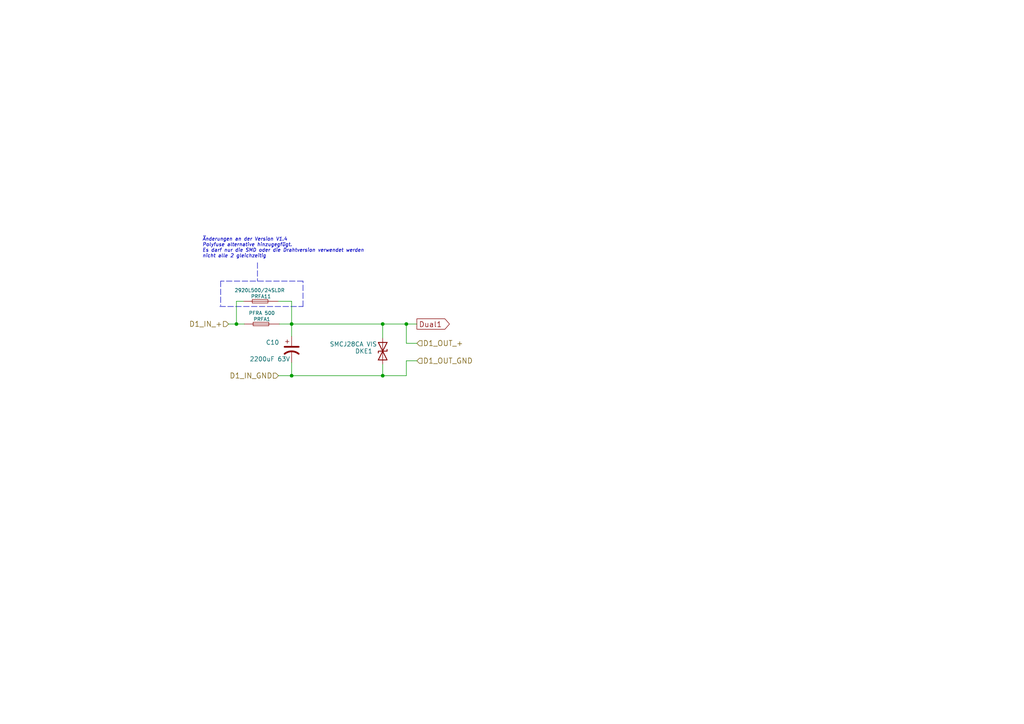
<source format=kicad_sch>
(kicad_sch (version 20220126) (generator eeschema)
  (paper "A4")
  (title_block (title "Ardumower shield SVN Version") (date "2021-01-18") (rev "1.4") (company "ML AG JL BS UZ") (comment 1 "Schaltplan und Layout UweZ"))
  (lib_symbols
    (symbol "Diode:1.5KExxCA" (pin_numbers hide) (pin_names (offset 1.016) hide)
      (property "Reference" "D" (at 0 2.54 0))
      (property "Value" "1.5KExxCA" (at 0 -2.54 0))
      (symbol "1.5KExxCA_0_1"
        (polyline (pts (xy 1.27 0) (xy -1.27 0)))
        (polyline (pts (xy -2.54 -1.27) (xy 0 0) (xy -2.54 1.27) (xy -2.54 -1.27)) (stroke (width 0.254)))
        (polyline (pts (xy 0.508 1.27) (xy 0 1.27) (xy 0 -1.27) (xy -0.508 -1.27)) (stroke (width 0.254)))
        (polyline (pts (xy 2.54 1.27) (xy 2.54 -1.27) (xy 0 0) (xy 2.54 1.27)) (stroke (width 0.254)))
      )
      (symbol "1.5KExxCA_1_1"
        (pin passive line (at -3.81 0 0) (length 2.54) (name "A1") (number "1"))
        (pin passive line (at 3.81 0 180) (length 2.54) (name "A2") (number "2"))
      )
    )
    (symbol "ardumower-mega-shield-svn-rescue:CP1-RESCUE-ardumower_mega_shield_svn" (pin_numbers hide) (pin_names (offset 0.254) hide)
      (property "Reference" "C" (at 0.635 2.54 0))
      (property "Value" "CP1-RESCUE-ardumower_mega_shield_svn" (at 0.635 -2.54 0))
      (symbol "CP1-RESCUE-ardumower_mega_shield_svn_0_1"
        (polyline (pts (xy -2.032 0.762) (xy 2.032 0.762)) (stroke (width 0.508)))
        (polyline (pts (xy -1.778 2.286) (xy -0.762 2.286)))
        (polyline (pts (xy -1.27 1.778) (xy -1.27 2.794)))
        (arc (start 2.032 -1.27) (mid 0 -0.5572) (end -2.032 -1.27) (stroke (width 0.508)))
      )
      (symbol "CP1-RESCUE-ardumower_mega_shield_svn_1_1"
        (pin passive line (at 0 3.81 270) (length 2.794) (name "~") (number "1"))
        (pin passive line (at 0 -3.81 90) (length 3.302) (name "~") (number "2"))
      )
    )
    (symbol "ardumower-mega-shield-svn-rescue:F_10A-RESCUE-ardumower_mega_shield_svn" (pin_numbers hide) (pin_names (offset 0.254))
      (property "Reference" "EF" (at -4.572 2.032 0))
      (property "Value" "F_10A-RESCUE-ardumower_mega_shield_svn" (at -2.54 -2.032 0))
      (symbol "F_10A-RESCUE-ardumower_mega_shield_svn_0_1"
        (polyline (pts (xy 2.032 0) (xy -2.54 0) (xy -2.54 0) (xy -2.54 0)))
        (polyline (pts (xy -2.54 0.508) (xy -2.54 -0.508) (xy 2.032 -0.508) (xy 2.032 0.508) (xy -2.54 0.508) (xy -2.54 0.508)))
      )
      (symbol "F_10A-RESCUE-ardumower_mega_shield_svn_1_1"
        (pin power_in line (at 5.08 0 180) (length 3.048) (name "~") (number "1"))
        (pin power_out line (at -5.08 0 0) (length 2.54) (name "~") (number "2"))
      )
    )
  )
  (junction (at 68.58 93.98) (diameter 0.9144))
  (junction (at 117.856 93.98) (diameter 0.9144))
  (junction (at 110.998 93.98) (diameter 0.9144))
  (junction (at 110.998 108.966) (diameter 0.9144))
  (junction (at 84.582 93.98) (diameter 0.9144))
  (junction (at 84.582 108.966) (diameter 0.9144))
  (wire (pts (xy 120.904 99.568) (xy 117.856 99.568)))
  (wire (pts (xy 110.998 108.966) (xy 117.856 108.966)))
  (polyline (pts (xy 74.676 76.2) (xy 74.676 81.534)) (stroke (width 0) (type dash)))
  (wire (pts (xy 84.582 87.376) (xy 84.582 93.98)))
  (wire (pts (xy 84.582 108.966) (xy 110.998 108.966)))
  (wire (pts (xy 110.998 93.98) (xy 110.998 98.044)))
  (wire (pts (xy 117.856 104.648) (xy 117.856 108.966)))
  (wire (pts (xy 117.856 99.568) (xy 117.856 93.98)))
  (polyline (pts (xy 87.884 88.9) (xy 87.884 81.534)) (stroke (width 0) (type dash)))
  (wire (pts (xy 110.998 93.98) (xy 117.856 93.98)))
  (wire (pts (xy 80.772 108.966) (xy 84.582 108.966)))
  (wire (pts (xy 70.612 87.376) (xy 68.58 87.376)))
  (wire (pts (xy 84.582 105.156) (xy 84.582 108.966)))
  (wire (pts (xy 84.582 93.98) (xy 110.998 93.98)))
  (wire (pts (xy 68.58 87.376) (xy 68.58 93.98)))
  (wire (pts (xy 81.026 93.98) (xy 84.582 93.98)))
  (wire (pts (xy 117.856 93.98) (xy 120.904 93.98)))
  (wire (pts (xy 68.58 93.98) (xy 70.866 93.98)))
  (wire (pts (xy 120.904 104.648) (xy 117.856 104.648)))
  (wire (pts (xy 110.998 105.664) (xy 110.998 108.966)))
  (polyline (pts (xy 64.008 81.534) (xy 64.008 88.646)) (stroke (width 0) (type dash)))
  (wire (pts (xy 84.582 97.536) (xy 84.582 93.98)))
  (polyline (pts (xy 63.754 88.9) (xy 87.884 88.9)) (stroke (width 0) (type dash)))
  (polyline (pts (xy 87.884 81.534) (xy 64.008 81.534)) (stroke (width 0) (type dash)))
  (wire (pts (xy 66.294 93.98) (xy 68.58 93.98)))
  (wire (pts (xy 80.772 87.376) (xy 84.582 87.376)))
  (text "Bernd, 14:34\nHi, habe gestern die Fragen zur Diode nicht gesehen, hier mein Feedback.\nDie 28V Diode fängt bei ca 31V an durchzuschalten. Von daher passt das da wir nicht über 30 V kommen.\nÜblicherweise soll die etwas Luft haben und nicht zu nahe an der Versorgungsspannung liegen,\nvon daher sind die üblicherweise um die 10% über der Versorgungsspannung. \nFür den Überspannungsschutz ist das egal ob die 200V Spikes dann auf 31 oder 33 V angebaut werden. \nWichtig ist dass diese may. Spannung unter der max. Spannung der zu schützenden Elektronik ist. \nVon daher hätte ich die 30V genutzt, aber die 28V tuns auch.\n" (at 88.646 -19.558 0) (effects (font (size 1 1)) (justify left bottom)))
  (text "Änderungen an der Version V1.4\nPolyfuse alternative hinzugegfügt.\nEs darf nur die SMD oder die Drahtversion verwendet werden\nnicht alle 2 gleichzeitig" (at 58.674 74.93 0) (effects (font (size 1 1) italic) (justify left bottom)))
  (global_label "Dual1" (shape output) (at 120.904 93.98 0) (effects (font (size 1.524 1.524))) (property "Intersheet References" "${INTERSHEET_REFS}" (effects hide)))
  (hierarchical_label "D1_IN_+" (shape input) (at 66.294 93.98 180) (effects (font (size 1.524 1.524))))
  (hierarchical_label "D1_OUT_+" (shape input) (at 120.904 99.568 0) (effects (font (size 1.524 1.524))))
  (hierarchical_label "D1_OUT_GND" (shape input) (at 120.904 104.648 0) (effects (font (size 1.524 1.524))))
  (hierarchical_label "D1_IN_GND" (shape input) (at 80.772 108.966 180) (effects (font (size 1.524 1.524))))
  (symbol (lib_id "ardumower-mega-shield-svn-rescue:F_10A-RESCUE-ardumower_mega_shield_svn") (at 75.946 93.98 0) (mirror x) (unit 1)
    (property "Reference" "PRFA1" (at 75.946 92.583 0) (effects (font (size 1.016 1.016))))
    (property "Value" "PFRA 500" (at 75.946 90.805 0) (effects (font (size 1.016 1.016))))
    (property "Footprint" "Zimprich:PRFA_500" (effects hide))
    (property "Datasheet" "https://cdn-reichelt.de/documents/datenblatt/C400/DS_PTC_30.pdf" (effects hide))
    (property "Bestelllink" "https://www.reichelt.de/de/en/resettable-fuses-max-40-a-30-v-14-5-s-pfra-500-p35215.html?GROUP=C48&GROUPID=7658&START=0&SORT=-rank&OFFSET=16&&r=1" (effects hide))
    (property "Bestellnummer" "R: PFRA 500" (effects hide))
    (property "Funktion" "PFRA 500 Resettable fuses, max. 40 A, 30 V, 14.5 s" (effects hide))
    (property "Reichelt-Bestellnummer" "R: PFRA 500" (effects hide))
    (property "Technische Daten" "PFRA 500 Resettable fuses, max. 40 A, 30 V, 14.5 s" (effects hide))
    (property "Bestücken (Assemble)" "NEIN (NO)" (effects hide))
  )
  (symbol (lib_id "ardumower-mega-shield-svn-rescue:CP1-RESCUE-ardumower_mega_shield_svn") (at 84.582 101.346 0) (unit 1)
    (property "Reference" "C10" (at 77.089 99.314 0) (effects (justify left)))
    (property "Value" "2200uF 63V" (at 72.39 104.14 0) (effects (justify left)))
    (property "Footprint" "Capacitors_ThroughHole:C_Radial_D18_L36_P7.5" (effects hide))
    (property "Bestellnummer" "Value" (effects hide))
    (property "Bestücken (Assemble)" "NEIN (NO)" (effects hide))
  )
  (symbol (lib_id "ardumower-mega-shield-svn-rescue:F_10A-RESCUE-ardumower_mega_shield_svn") (at 75.692 87.376 0) (mirror x) (unit 1)
    (property "Reference" "PRFA11" (at 75.692 85.979 0) (effects (font (size 1.016 1.016))))
    (property "Value" "2920L500/24SLDR " (at 75.692 84.201 0) (effects (font (size 1.016 1.016))))
    (property "Footprint" "Fuse:Fuse_2920_7451Metric_Pad2.10x5.45mm_HandSolder" (effects hide))
    (property "Bestelllink" "https://www.mouser.de/ProductDetail/Littelfuse/2920L500-24SLDR/?qs=%2Fha2pyFadujrPVORV2ny8ShSp9F2IGH04BA1WKQYQ6Q%3D" (effects hide))
    (property "Bestellnummer" "R: PFRA 500" (effects hide))
    (property "Funktion" "PPTC PTC 24V POLYFUSE SMD 2920 SL 5.00A " (effects hide))
    (property "Reichelt-Bestellnummer" "R: PFRA 500" (effects hide))
    (property "Technische Daten" "PPTC PTC 24V POLYFUSE SMD 2920 SL 5.00A " (effects hide))
    (property "Gehäuseart" "2920" (effects hide))
  )
  (symbol (lib_id "Diode:1.5KExxCA") (at 110.998 101.854 90) (mirror x) (unit 1)
    (property "Reference" "DKE1" (at 105.518 101.854 90))
    (property "Value" "SMCJ28CA VIS" (at 102.482 99.822 90))
    (property "Footprint" "Diode_SMD:D_SMC" (effects hide))
    (property "Datasheet" "https://www.vishay.com/docs/88301/15ke.pdf" (effects hide))
    (property "Bestelllink" "https://www.reichelt.de/tvs-diode-bidirektional-28-v-1500-w-do-214ab-smc-smcj28ca-vis-p290948.html?&trstct=pos_0&nbc=1" (effects hide))
    (property "Bestellnummer" "R: SMCJ28CA VIS" (effects hide))
    (property "Bestücken (Assemble)" "JA (YES)" (effects hide))
    (property "Datasheet" "https://cdn-reichelt.de/documents/datenblatt/A400/SMCJ.pdf" (effects hide))
    (property "Funktion" "SMCJ28CA VIS TVS-Diode, bidirektional, 28 V, 1500 W, DO-214AB/SMC" (effects hide))
    (property "Gehäuseart" "DO-214AB/SMC" (effects hide))
    (property "Hersteller" "Value" (effects hide))
    (property "Hersteller Bestellnummer" "Value" (effects hide))
    (property "Reference" "DKE999" (effects hide))
    (property "Technische Daten" "SMCJ28CA VIS TVS-Diode, bidirektional, 28 V, 1500 W, DO-214AB/SMC" (effects hide))
    (property "Value" "SMCJ28CA VIS" (effects hide))
    (property "JLCPCB LCSC Part" "C10245" (effects hide))
  )
)
</source>
